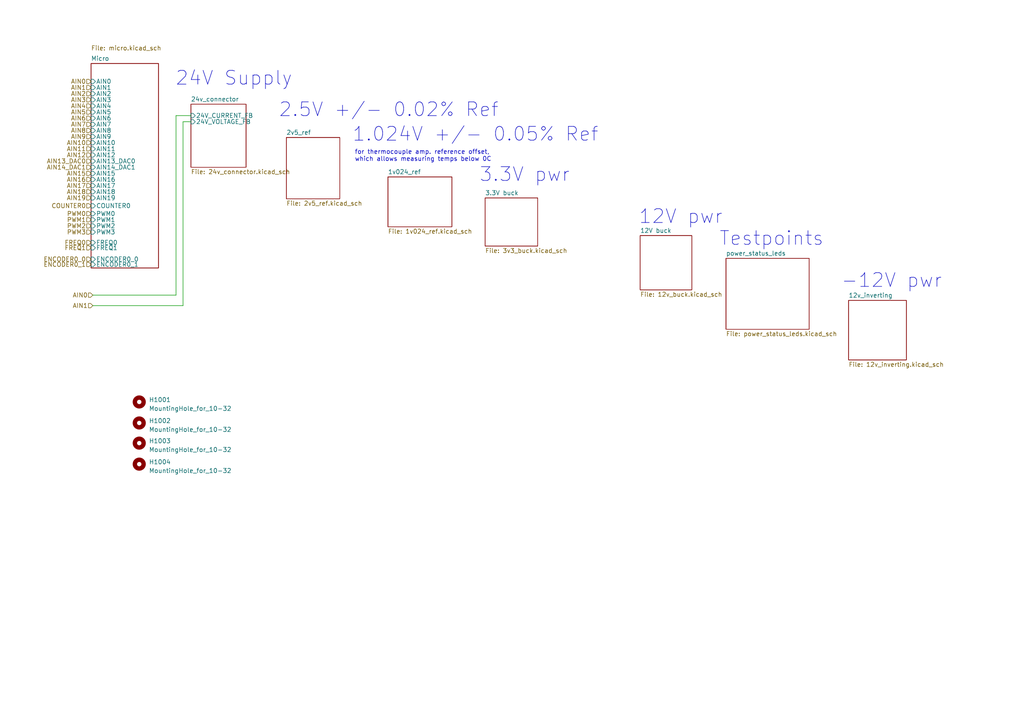
<source format=kicad_sch>
(kicad_sch (version 20231120) (generator "eeschema") (generator_version "8.0")
  (paper "A4")
  (lib_symbols
    (symbol "Mechanical:MountingHole" (pin_names (offset 1.016))
      (property "Reference" "H" (at 0 5.08 0))
      (property "Value" "MountingHole" (at 0 3.175 0))
      (symbol "MountingHole_0_1"
        (circle (center 0 0) (radius 1.27) (stroke (width 1.27)))
      )
    )
  )
  (wire (pts (xy 51.054 33.528) (xy 51.054 85.598)))
  (wire (pts (xy 53.086 88.646) (xy 26.924 88.646)))
  (wire (pts (xy 51.054 33.528) (xy 55.372 33.528)))
  (wire (pts (xy 26.924 85.598) (xy 51.054 85.598)))
  (wire (pts (xy 55.372 35.306) (xy 53.086 35.306)))
  (wire (pts (xy 53.086 35.306) (xy 53.086 88.646)))
  (text "3.3V pwr" (at 138.938 53.086 0) (effects (font (size 4 4)) (justify left bottom)))
  (text "24V Supply" (at 50.8 25.146 0) (effects (font (size 4 4)) (justify left bottom)))
  (text "2.5V +/- 0.02% Ref" (at 80.772 34.29 0) (effects (font (size 4 4)) (justify left bottom)))
  (text "12V pwr" (at 185.166 65.278 0) (effects (font (size 4 4)) (justify left bottom)))
  (text "-12V pwr" (at 243.84 83.82 0) (effects (font (size 4 4)) (justify left bottom)))
  (text "1.024V +/- 0.05% Ref" (at 102.108 41.402 0) (effects (font (size 4 4)) (justify left bottom)))
  (text "for thermocouple amp. reference offset,\nwhich allows measuring temps below 0C" (at 102.87 46.99 0) (effects (font (size 1.27 1.27)) (justify left bottom)))
  (text "Testpoints" (at 208.534 71.628 0) (effects (font (size 4 4)) (justify left bottom)))
  (hierarchical_label "ENCODER0_1" (shape input) (at 26.416 76.708 180))
  (hierarchical_label "AIN16" (shape input) (at 26.416 52.07 180))
  (hierarchical_label "AIN18" (shape input) (at 26.416 55.626 180))
  (hierarchical_label "AIN13_DAC0" (shape input) (at 26.416 46.736 180))
  (hierarchical_label "AIN4" (shape input) (at 26.416 30.734 180))
  (hierarchical_label "PWM3" (shape input) (at 26.416 67.31 180))
  (hierarchical_label "ENCODER0_0" (shape input) (at 26.416 75.184 180))
  (hierarchical_label "AIN9" (shape input) (at 26.416 39.624 180))
  (hierarchical_label "AIN1" (shape input) (at 26.416 25.4 180))
  (hierarchical_label "AIN8" (shape input) (at 26.416 37.846 180))
  (hierarchical_label "AIN10" (shape input) (at 26.416 41.402 180))
  (hierarchical_label "AIN2" (shape input) (at 26.416 27.178 180))
  (hierarchical_label "PWM1" (shape input) (at 26.416 63.754 180))
  (hierarchical_label "AIN5" (shape input) (at 26.416 32.512 180))
  (hierarchical_label "PWM0" (shape input) (at 26.416 61.976 180))
  (hierarchical_label "AIN14_DAC1" (shape input) (at 26.416 48.514 180))
  (hierarchical_label "AIN17" (shape input) (at 26.416 53.848 180))
  (hierarchical_label "AIN15" (shape input) (at 26.416 50.292 180))
  (hierarchical_label "PWM2" (shape input) (at 26.416 65.532 180))
  (hierarchical_label "AIN6" (shape input) (at 26.416 34.29 180))
  (hierarchical_label "AIN7" (shape input) (at 26.416 36.068 180))
  (hierarchical_label "AIN12" (shape input) (at 26.416 44.958 180))
  (hierarchical_label "AIN19" (shape input) (at 26.416 57.404 180))
  (hierarchical_label "FREQ0" (shape input) (at 26.416 70.358 180))
  (hierarchical_label "AIN0" (shape input) (at 26.924 85.598 180))
  (hierarchical_label "AIN3" (shape input) (at 26.416 28.956 180))
  (hierarchical_label "AIN1" (shape input) (at 26.924 88.646 180))
  (hierarchical_label "COUNTER0" (shape input) (at 26.416 59.69 180))
  (hierarchical_label "AIN0" (shape input) (at 26.416 23.622 180))
  (hierarchical_label "FREQ1" (shape input) (at 26.416 71.882 180))
  (hierarchical_label "AIN11" (shape input) (at 26.416 43.18 180))
  (symbol (lib_id "Mechanical:MountingHole") (at 40.386 116.586 0) (unit 1) (in_bom no)
    (property "Reference" "H1001" (at 43.18 115.951 0) (effects (justify left)))
    (property "Value" "MountingHole_for_10-32" (at 43.18 118.491 0) (effects (justify left)))
    (property "Footprint" "MountingHole:MountingHole_5mm" (effects (hide yes)))
  )
  (symbol (lib_id "Mechanical:MountingHole") (at 40.386 122.682 0) (unit 1) (in_bom no)
    (property "Reference" "H1002" (at 43.18 122.047 0) (effects (justify left)))
    (property "Value" "MountingHole_for_10-32" (at 43.18 124.587 0) (effects (justify left)))
    (property "Footprint" "MountingHole:MountingHole_5mm" (effects (hide yes)))
  )
  (symbol (lib_id "Mechanical:MountingHole") (at 40.386 134.62 0) (unit 1) (in_bom no)
    (property "Reference" "H1004" (at 43.18 133.985 0) (effects (justify left)))
    (property "Value" "MountingHole_for_10-32" (at 43.18 136.525 0) (effects (justify left)))
    (property "Footprint" "MountingHole:MountingHole_5mm" (effects (hide yes)))
  )
  (symbol (lib_id "Mechanical:MountingHole") (at 40.386 128.524 0) (unit 1) (in_bom no)
    (property "Reference" "H1003" (at 43.18 127.889 0) (effects (justify left)))
    (property "Value" "MountingHole_for_10-32" (at 43.18 130.429 0) (effects (justify left)))
    (property "Footprint" "MountingHole:MountingHole_5mm" (effects (hide yes)))
  )
  (sheet (at 55.372 30.226) (size 16.002 18.288) (stroke (width 0.1524))
    (property "Sheetname" "24v_connector" (at 55.372 29.5144 0) (effects (justify left bottom)))
    (property "Sheetfile" "24v_connector.kicad_sch" (at 55.372 49.0986 0) (effects (justify left top)))
    (pin "24V_CURRENT_FB" input (at 55.372 33.528 180))
    (pin "24V_VOLTAGE_FB" input (at 55.372 35.306 180))
  )
  (sheet (at 26.416 18.415) (size 19.558 59.309) (stroke (width 0.1524))
    (property "Sheetname" "Micro" (at 26.416 17.7034 0) (effects (justify left bottom)))
    (property "Sheetfile" "micro.kicad_sch" (at 26.416 13.208 0) (effects (justify left top)))
    (pin "AIN0" input (at 26.416 23.622 180))
    (pin "AIN11" input (at 26.416 43.18 180))
    (pin "AIN10" input (at 26.416 41.402 180))
    (pin "AIN8" input (at 26.416 37.846 180))
    (pin "AIN9" input (at 26.416 39.624 180))
    (pin "AIN5" input (at 26.416 32.512 180))
    (pin "AIN6" input (at 26.416 34.29 180))
    (pin "AIN4" input (at 26.416 30.734 180))
    (pin "AIN7" input (at 26.416 36.068 180))
    (pin "AIN14_DAC1" input (at 26.416 48.514 180))
    (pin "AIN15" input (at 26.416 50.292 180))
    (pin "AIN13_DAC0" input (at 26.416 46.736 180))
    (pin "AIN12" input (at 26.416 44.958 180))
    (pin "PWM1" input (at 26.416 63.754 180))
    (pin "AIN16" input (at 26.416 52.07 180))
    (pin "AIN2" input (at 26.416 27.178 180))
    (pin "AIN3" input (at 26.416 28.956 180))
    (pin "AIN1" input (at 26.416 25.4 180))
    (pin "FREQ0" input (at 26.416 70.358 180))
    (pin "PWM3" input (at 26.416 67.31 180))
    (pin "PWM2" input (at 26.416 65.532 180))
    (pin "FREQ1" input (at 26.416 71.882 180))
    (pin "AIN17" input (at 26.416 53.848 180))
    (pin "AIN19" input (at 26.416 57.404 180))
    (pin "AIN18" input (at 26.416 55.626 180))
    (pin "ENCODER0_0" input (at 26.416 75.184 180))
    (pin "ENCODER0_1" input (at 26.416 76.708 180))
    (pin "PWM0" input (at 26.416 61.976 180))
    (pin "COUNTER0" input (at 26.416 59.69 180))
  )
  (sheet (at 246.126 87.122) (size 16.764 17.272) (stroke (width 0.1524))
    (property "Sheetname" "12v_inverting" (at 246.126 86.4104 0) (effects (justify left bottom)))
    (property "Sheetfile" "12v_inverting.kicad_sch" (at 246.126 104.9786 0) (effects (justify left top)))
  )
  (sheet (at 83.058 39.878) (size 15.494 17.78) (stroke (width 0.1524))
    (property "Sheetname" "2v5_ref" (at 83.058 39.1664 0) (effects (justify left bottom)))
    (property "Sheetfile" "2v5_ref.kicad_sch" (at 83.058 58.2426 0) (effects (justify left top)))
  )
  (sheet (at 112.522 51.308) (size 18.542 14.478) (stroke (width 0.1524))
    (property "Sheetname" "1v024_ref" (at 112.522 50.5964 0) (effects (justify left bottom)))
    (property "Sheetfile" "1v024_ref.kicad_sch" (at 112.522 66.3706 0) (effects (justify left top)))
  )
  (sheet (at 185.674 68.326) (size 14.986 15.748) (stroke (width 0.1524))
    (property "Sheetname" "12V buck" (at 185.674 67.6144 0) (effects (justify left bottom)))
    (property "Sheetfile" "12v_buck.kicad_sch" (at 185.674 84.6586 0) (effects (justify left top)))
  )
  (sheet (at 140.716 57.404) (size 15.24 13.97) (stroke (width 0.1524))
    (property "Sheetname" "3.3V buck" (at 140.716 56.6924 0) (effects (justify left bottom)))
    (property "Sheetfile" "3v3_buck.kicad_sch" (at 140.716 71.9586 0) (effects (justify left top)))
  )
  (sheet (at 210.566 74.93) (size 24.13 20.574) (stroke (width 0.1524))
    (property "Sheetname" "power_status_leds" (at 210.566 74.2184 0) (effects (justify left bottom)))
    (property "Sheetfile" "power_status_leds.kicad_sch" (at 210.566 96.0886 0) (effects (justify left top)))
  )
)
</source>
